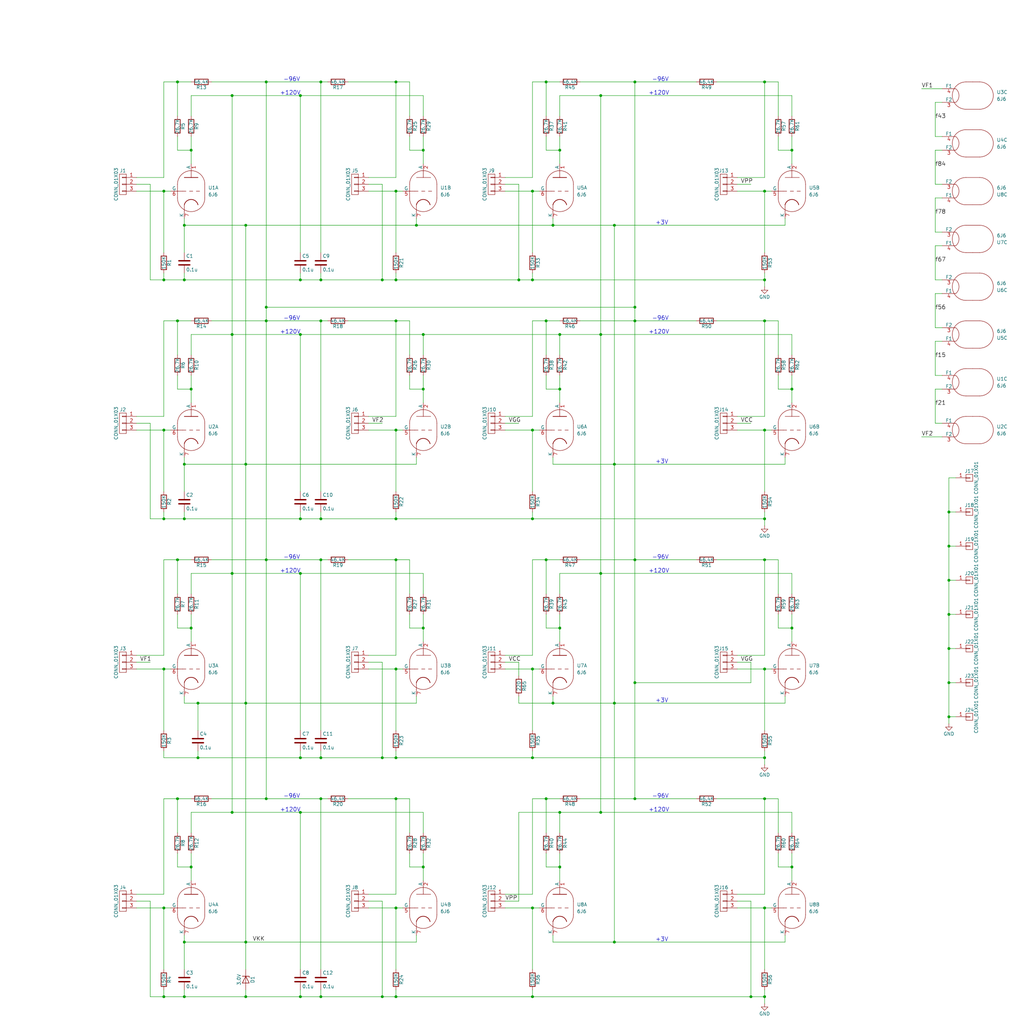
<source format=kicad_sch>
(kicad_sch (version 20230121) (generator eeschema)
  (paper "User" 381 381)
  (junction (at 228.6 172.72))
  (junction (at 284.48 104.14))
  (junction (at 68.58 370.84))
  (junction (at 208.28 55.88))
  (junction (at 142.24 370.84))
  (junction (at 99.06 119.38))
  (junction (at 71.12 233.68))
  (junction (at 193.04 104.14))
  (junction (at 284.48 160.02))
  (junction (at 86.36 302.26))
  (junction (at 198.12 281.94))
  (junction (at 147.32 30.48))
  (junction (at 236.22 119.38))
  (junction (at 284.48 248.92))
  (junction (at 223.52 213.36))
  (junction (at 68.58 193.04))
  (junction (at 236.22 114.3))
  (junction (at 99.06 297.18))
  (junction (at 91.44 350.52))
  (junction (at 111.76 302.26))
  (junction (at 203.2 297.18))
  (junction (at 228.6 83.82))
  (junction (at 154.94 83.82))
  (junction (at 294.64 55.88))
  (junction (at 203.2 119.38))
  (junction (at 60.96 248.92))
  (junction (at 66.04 208.28))
  (junction (at 284.48 370.84))
  (junction (at 111.76 193.04))
  (junction (at 60.96 193.04))
  (junction (at 66.04 119.38))
  (junction (at 284.48 208.28))
  (junction (at 71.12 55.88))
  (junction (at 284.48 30.48))
  (junction (at 203.2 208.28))
  (junction (at 60.96 337.82))
  (junction (at 119.38 193.04))
  (junction (at 198.12 370.84))
  (junction (at 142.24 281.94))
  (junction (at 198.12 71.12))
  (junction (at 284.48 71.12))
  (junction (at 91.44 172.72))
  (junction (at 294.64 233.68))
  (junction (at 111.76 104.14))
  (junction (at 284.48 337.82))
  (junction (at 208.28 144.78))
  (junction (at 99.06 114.3))
  (junction (at 147.32 281.94))
  (junction (at 284.48 281.94))
  (junction (at 157.48 233.68))
  (junction (at 91.44 370.84))
  (junction (at 147.32 337.82))
  (junction (at 236.22 30.48))
  (junction (at 284.48 193.04))
  (junction (at 60.96 370.84))
  (junction (at 353.06 228.6))
  (junction (at 279.4 370.84))
  (junction (at 147.32 297.18))
  (junction (at 284.48 119.38))
  (junction (at 353.06 254))
  (junction (at 223.52 35.56))
  (junction (at 208.28 233.68))
  (junction (at 60.96 160.02))
  (junction (at 353.06 241.3))
  (junction (at 91.44 83.82))
  (junction (at 119.38 297.18))
  (junction (at 119.38 30.48))
  (junction (at 147.32 208.28))
  (junction (at 73.66 261.62))
  (junction (at 71.12 322.58))
  (junction (at 60.96 104.14))
  (junction (at 147.32 193.04))
  (junction (at 68.58 350.52))
  (junction (at 66.04 297.18))
  (junction (at 294.64 144.78))
  (junction (at 119.38 370.84))
  (junction (at 119.38 104.14))
  (junction (at 60.96 71.12))
  (junction (at 353.06 190.5))
  (junction (at 119.38 281.94))
  (junction (at 99.06 208.28))
  (junction (at 353.06 203.2))
  (junction (at 208.28 124.46))
  (junction (at 198.12 104.14))
  (junction (at 198.12 248.92))
  (junction (at 111.76 370.84))
  (junction (at 236.22 254))
  (junction (at 208.28 302.26))
  (junction (at 86.36 35.56))
  (junction (at 71.12 144.78))
  (junction (at 91.44 261.62))
  (junction (at 147.32 248.92))
  (junction (at 147.32 104.14))
  (junction (at 119.38 119.38))
  (junction (at 147.32 160.02))
  (junction (at 208.28 322.58))
  (junction (at 99.06 30.48))
  (junction (at 294.64 322.58))
  (junction (at 236.22 297.18))
  (junction (at 111.76 213.36))
  (junction (at 198.12 337.82))
  (junction (at 68.58 83.82))
  (junction (at 86.36 124.46))
  (junction (at 119.38 208.28))
  (junction (at 142.24 104.14))
  (junction (at 111.76 124.46))
  (junction (at 147.32 370.84))
  (junction (at 111.76 35.56))
  (junction (at 66.04 30.48))
  (junction (at 147.32 71.12))
  (junction (at 353.06 266.7))
  (junction (at 205.74 83.82))
  (junction (at 111.76 281.94))
  (junction (at 228.6 261.62))
  (junction (at 284.48 297.18))
  (junction (at 236.22 208.28))
  (junction (at 68.58 104.14))
  (junction (at 73.66 281.94))
  (junction (at 157.48 322.58))
  (junction (at 157.48 55.88))
  (junction (at 223.52 302.26))
  (junction (at 198.12 160.02))
  (junction (at 68.58 172.72))
  (junction (at 223.52 124.46))
  (junction (at 203.2 30.48))
  (junction (at 157.48 144.78))
  (junction (at 205.74 261.62))
  (junction (at 157.48 124.46))
  (junction (at 198.12 193.04))
  (junction (at 147.32 119.38))
  (junction (at 228.6 350.52))
  (junction (at 353.06 215.9))
  (junction (at 86.36 213.36))
  (wire (pts (xy 347.98 55.88) (xy 347.98 68.58)))
  (wire (pts (xy 60.96 281.94) (xy 60.96 279.4)))
  (wire (pts (xy 66.04 322.58) (xy 66.04 317.5)))
  (wire (pts (xy 198.12 193.04) (xy 198.12 190.5)))
  (wire (pts (xy 137.16 337.82) (xy 147.32 337.82)))
  (wire (pts (xy 236.22 254) (xy 236.22 297.18)))
  (wire (pts (xy 228.6 172.72) (xy 292.1 172.72)))
  (wire (pts (xy 91.44 350.52) (xy 154.94 350.52)))
  (wire (pts (xy 91.44 261.62) (xy 154.94 261.62)))
  (wire (pts (xy 350.52 33.02) (xy 342.9 33.02)))
  (wire (pts (xy 236.22 208.28) (xy 259.08 208.28)))
  (wire (pts (xy 68.58 101.6) (xy 68.58 104.14)))
  (wire (pts (xy 68.58 83.82) (xy 68.58 93.98)))
  (wire (pts (xy 350.52 162.56) (xy 342.9 162.56)))
  (wire (pts (xy 284.48 160.02) (xy 287.02 160.02)))
  (wire (pts (xy 78.74 297.18) (xy 99.06 297.18)))
  (wire (pts (xy 284.48 208.28) (xy 284.48 243.84)))
  (wire (pts (xy 355.6 203.2) (xy 353.06 203.2)))
  (wire (pts (xy 355.6 266.7) (xy 353.06 266.7)))
  (wire (pts (xy 152.4 144.78) (xy 157.48 144.78)))
  (wire (pts (xy 71.12 144.78) (xy 71.12 149.86)))
  (wire (pts (xy 198.12 248.92) (xy 198.12 271.78)))
  (wire (pts (xy 99.06 114.3) (xy 236.22 114.3)))
  (wire (pts (xy 205.74 347.98) (xy 205.74 350.52)))
  (wire (pts (xy 284.48 297.18) (xy 289.56 297.18)))
  (wire (pts (xy 353.06 228.6) (xy 355.6 228.6)))
  (wire (pts (xy 147.32 193.04) (xy 198.12 193.04)))
  (wire (pts (xy 198.12 30.48) (xy 203.2 30.48)))
  (wire (pts (xy 289.56 322.58) (xy 294.64 322.58)))
  (wire (pts (xy 71.12 322.58) (xy 71.12 327.66)))
  (wire (pts (xy 236.22 114.3) (xy 236.22 119.38)))
  (wire (pts (xy 60.96 119.38) (xy 66.04 119.38)))
  (wire (pts (xy 111.76 93.98) (xy 111.76 35.56)))
  (wire (pts (xy 99.06 114.3) (xy 99.06 119.38)))
  (wire (pts (xy 119.38 104.14) (xy 142.24 104.14)))
  (wire (pts (xy 208.28 55.88) (xy 208.28 60.96)))
  (wire (pts (xy 66.04 30.48) (xy 71.12 30.48)))
  (wire (pts (xy 137.16 160.02) (xy 147.32 160.02)))
  (wire (pts (xy 198.12 337.82) (xy 200.66 337.82)))
  (wire (pts (xy 71.12 139.7) (xy 71.12 144.78)))
  (wire (pts (xy 91.44 172.72) (xy 154.94 172.72)))
  (wire (pts (xy 208.28 317.5) (xy 208.28 322.58)))
  (wire (pts (xy 71.12 124.46) (xy 86.36 124.46)))
  (wire (pts (xy 68.58 261.62) (xy 73.66 261.62)))
  (wire (pts (xy 208.28 144.78) (xy 208.28 149.86)))
  (wire (pts (xy 198.12 337.82) (xy 198.12 360.68)))
  (wire (pts (xy 294.64 228.6) (xy 294.64 233.68)))
  (wire (pts (xy 198.12 281.94) (xy 284.48 281.94)))
  (wire (pts (xy 147.32 193.04) (xy 147.32 190.5)))
  (wire (pts (xy 86.36 35.56) (xy 86.36 124.46)))
  (wire (pts (xy 68.58 347.98) (xy 68.58 350.52)))
  (wire (pts (xy 142.24 335.28) (xy 142.24 370.84)))
  (wire (pts (xy 111.76 271.78) (xy 111.76 213.36)))
  (wire (pts (xy 203.2 208.28) (xy 208.28 208.28)))
  (wire (pts (xy 111.76 190.5) (xy 111.76 193.04)))
  (wire (pts (xy 142.24 104.14) (xy 147.32 104.14)))
  (wire (pts (xy 66.04 208.28) (xy 71.12 208.28)))
  (wire (pts (xy 284.48 337.82) (xy 287.02 337.82)))
  (wire (pts (xy 68.58 104.14) (xy 111.76 104.14)))
  (wire (pts (xy 73.66 261.62) (xy 91.44 261.62)))
  (wire (pts (xy 99.06 297.18) (xy 119.38 297.18)))
  (wire (pts (xy 347.98 91.44) (xy 347.98 104.14)))
  (wire (pts (xy 198.12 208.28) (xy 198.12 243.84)))
  (wire (pts (xy 236.22 208.28) (xy 236.22 254)))
  (wire (pts (xy 223.52 124.46) (xy 294.64 124.46)))
  (wire (pts (xy 353.06 177.8) (xy 353.06 190.5)))
  (wire (pts (xy 347.98 121.92) (xy 350.52 121.92)))
  (wire (pts (xy 215.9 297.18) (xy 236.22 297.18)))
  (wire (pts (xy 203.2 43.18) (xy 203.2 30.48)))
  (wire (pts (xy 55.88 104.14) (xy 60.96 104.14)))
  (wire (pts (xy 71.12 55.88) (xy 66.04 55.88)))
  (wire (pts (xy 198.12 104.14) (xy 284.48 104.14)))
  (wire (pts (xy 350.52 55.88) (xy 347.98 55.88)))
  (wire (pts (xy 152.4 55.88) (xy 157.48 55.88)))
  (wire (pts (xy 198.12 104.14) (xy 198.12 101.6)))
  (wire (pts (xy 208.28 139.7) (xy 208.28 144.78)))
  (wire (pts (xy 86.36 35.56) (xy 111.76 35.56)))
  (wire (pts (xy 284.48 279.4) (xy 284.48 281.94)))
  (wire (pts (xy 147.32 66.04) (xy 137.16 66.04)))
  (wire (pts (xy 208.28 302.26) (xy 223.52 302.26)))
  (wire (pts (xy 157.48 139.7) (xy 157.48 144.78)))
  (wire (pts (xy 294.64 124.46) (xy 294.64 132.08)))
  (wire (pts (xy 147.32 281.94) (xy 147.32 279.4)))
  (wire (pts (xy 129.54 119.38) (xy 147.32 119.38)))
  (wire (pts (xy 111.76 182.88) (xy 111.76 124.46)))
  (wire (pts (xy 60.96 71.12) (xy 60.96 93.98)))
  (wire (pts (xy 198.12 248.92) (xy 200.66 248.92)))
  (wire (pts (xy 142.24 68.58) (xy 142.24 104.14)))
  (wire (pts (xy 147.32 119.38) (xy 147.32 154.94)))
  (wire (pts (xy 266.7 119.38) (xy 284.48 119.38)))
  (wire (pts (xy 60.96 297.18) (xy 66.04 297.18)))
  (wire (pts (xy 294.64 322.58) (xy 294.64 327.66)))
  (wire (pts (xy 215.9 208.28) (xy 236.22 208.28)))
  (wire (pts (xy 355.6 254) (xy 353.06 254)))
  (wire (pts (xy 50.8 248.92) (xy 60.96 248.92)))
  (wire (pts (xy 111.76 368.3) (xy 111.76 370.84)))
  (wire (pts (xy 284.48 30.48) (xy 289.56 30.48)))
  (wire (pts (xy 129.54 208.28) (xy 147.32 208.28)))
  (wire (pts (xy 284.48 30.48) (xy 284.48 66.04)))
  (wire (pts (xy 147.32 337.82) (xy 149.86 337.82)))
  (wire (pts (xy 68.58 368.3) (xy 68.58 370.84)))
  (wire (pts (xy 198.12 66.04) (xy 187.96 66.04)))
  (wire (pts (xy 119.38 368.3) (xy 119.38 370.84)))
  (wire (pts (xy 68.58 193.04) (xy 111.76 193.04)))
  (wire (pts (xy 66.04 43.18) (xy 66.04 30.48)))
  (wire (pts (xy 71.12 55.88) (xy 71.12 60.96)))
  (wire (pts (xy 198.12 154.94) (xy 187.96 154.94)))
  (wire (pts (xy 274.32 337.82) (xy 284.48 337.82)))
  (wire (pts (xy 60.96 370.84) (xy 60.96 368.3)))
  (wire (pts (xy 284.48 248.92) (xy 287.02 248.92)))
  (wire (pts (xy 66.04 233.68) (xy 66.04 228.6)))
  (wire (pts (xy 284.48 119.38) (xy 284.48 154.94)))
  (wire (pts (xy 60.96 208.28) (xy 66.04 208.28)))
  (wire (pts (xy 147.32 208.28) (xy 152.4 208.28)))
  (wire (pts (xy 55.88 335.28) (xy 55.88 370.84)))
  (wire (pts (xy 119.38 360.68) (xy 119.38 297.18)))
  (wire (pts (xy 68.58 81.28) (xy 68.58 83.82)))
  (wire (pts (xy 198.12 297.18) (xy 198.12 332.74)))
  (wire (pts (xy 78.74 30.48) (xy 99.06 30.48)))
  (wire (pts (xy 198.12 119.38) (xy 198.12 154.94)))
  (wire (pts (xy 73.66 279.4) (xy 73.66 281.94)))
  (wire (pts (xy 208.28 55.88) (xy 203.2 55.88)))
  (wire (pts (xy 289.56 208.28) (xy 289.56 220.98)))
  (wire (pts (xy 60.96 297.18) (xy 60.96 332.74)))
  (wire (pts (xy 66.04 132.08) (xy 66.04 119.38)))
  (wire (pts (xy 147.32 248.92) (xy 149.86 248.92)))
  (wire (pts (xy 152.4 228.6) (xy 152.4 233.68)))
  (wire (pts (xy 60.96 248.92) (xy 60.96 271.78)))
  (wire (pts (xy 91.44 83.82) (xy 154.94 83.82)))
  (wire (pts (xy 99.06 30.48) (xy 99.06 114.3)))
  (wire (pts (xy 99.06 208.28) (xy 99.06 297.18)))
  (wire (pts (xy 228.6 261.62) (xy 292.1 261.62)))
  (wire (pts (xy 71.12 233.68) (xy 66.04 233.68)))
  (wire (pts (xy 292.1 350.52) (xy 292.1 347.98)))
  (wire (pts (xy 86.36 213.36) (xy 86.36 302.26)))
  (wire (pts (xy 91.44 368.3) (xy 91.44 370.84)))
  (wire (pts (xy 147.32 243.84) (xy 137.16 243.84)))
  (wire (pts (xy 111.76 360.68) (xy 111.76 302.26)))
  (wire (pts (xy 228.6 350.52) (xy 292.1 350.52)))
  (wire (pts (xy 60.96 337.82) (xy 63.5 337.82)))
  (wire (pts (xy 86.36 124.46) (xy 86.36 213.36)))
  (wire (pts (xy 279.4 335.28) (xy 279.4 370.84)))
  (wire (pts (xy 111.76 35.56) (xy 157.48 35.56)))
  (wire (pts (xy 147.32 30.48) (xy 152.4 30.48)))
  (wire (pts (xy 274.32 160.02) (xy 284.48 160.02)))
  (wire (pts (xy 71.12 132.08) (xy 71.12 124.46)))
  (wire (pts (xy 205.74 261.62) (xy 228.6 261.62)))
  (wire (pts (xy 147.32 30.48) (xy 147.32 66.04)))
  (wire (pts (xy 284.48 104.14) (xy 284.48 106.68)))
  (wire (pts (xy 157.48 233.68) (xy 157.48 238.76)))
  (wire (pts (xy 284.48 208.28) (xy 289.56 208.28)))
  (wire (pts (xy 68.58 350.52) (xy 91.44 350.52)))
  (wire (pts (xy 154.94 83.82) (xy 205.74 83.82)))
  (wire (pts (xy 223.52 35.56) (xy 294.64 35.56)))
  (wire (pts (xy 142.24 370.84) (xy 147.32 370.84)))
  (wire (pts (xy 60.96 30.48) (xy 66.04 30.48)))
  (wire (pts (xy 198.12 71.12) (xy 200.66 71.12)))
  (wire (pts (xy 91.44 370.84) (xy 111.76 370.84)))
  (wire (pts (xy 208.28 322.58) (xy 203.2 322.58)))
  (wire (pts (xy 198.12 119.38) (xy 203.2 119.38)))
  (wire (pts (xy 223.52 124.46) (xy 223.52 35.56)))
  (wire (pts (xy 203.2 144.78) (xy 203.2 139.7)))
  (wire (pts (xy 91.44 350.52) (xy 91.44 360.68)))
  (wire (pts (xy 284.48 281.94) (xy 284.48 284.48)))
  (wire (pts (xy 137.16 68.58) (xy 142.24 68.58)))
  (wire (pts (xy 78.74 208.28) (xy 99.06 208.28)))
  (wire (pts (xy 71.12 322.58) (xy 66.04 322.58)))
  (wire (pts (xy 294.64 213.36) (xy 294.64 220.98)))
  (wire (pts (xy 71.12 213.36) (xy 86.36 213.36)))
  (wire (pts (xy 71.12 317.5) (xy 71.12 322.58)))
  (wire (pts (xy 353.06 228.6) (xy 353.06 241.3)))
  (wire (pts (xy 355.6 215.9) (xy 353.06 215.9)))
  (wire (pts (xy 193.04 246.38) (xy 193.04 251.46)))
  (wire (pts (xy 152.4 233.68) (xy 157.48 233.68)))
  (wire (pts (xy 208.28 35.56) (xy 208.28 43.18)))
  (wire (pts (xy 71.12 50.8) (xy 71.12 55.88)))
  (wire (pts (xy 284.48 297.18) (xy 284.48 332.74)))
  (wire (pts (xy 208.28 220.98) (xy 208.28 213.36)))
  (wire (pts (xy 91.44 172.72) (xy 91.44 261.62)))
  (wire (pts (xy 71.12 220.98) (xy 71.12 213.36)))
  (wire (pts (xy 60.96 281.94) (xy 73.66 281.94)))
  (wire (pts (xy 137.16 246.38) (xy 142.24 246.38)))
  (wire (pts (xy 208.28 35.56) (xy 223.52 35.56)))
  (wire (pts (xy 157.48 144.78) (xy 157.48 149.86)))
  (wire (pts (xy 284.48 66.04) (xy 274.32 66.04)))
  (wire (pts (xy 187.96 157.48) (xy 193.04 157.48)))
  (wire (pts (xy 294.64 55.88) (xy 294.64 60.96)))
  (wire (pts (xy 208.28 213.36) (xy 223.52 213.36)))
  (wire (pts (xy 284.48 119.38) (xy 289.56 119.38)))
  (wire (pts (xy 223.52 213.36) (xy 223.52 124.46)))
  (wire (pts (xy 347.98 73.66) (xy 347.98 86.36)))
  (wire (pts (xy 119.38 370.84) (xy 142.24 370.84)))
  (wire (pts (xy 279.4 246.38) (xy 279.4 254)))
  (wire (pts (xy 147.32 104.14) (xy 147.32 101.6)))
  (wire (pts (xy 284.48 248.92) (xy 284.48 271.78)))
  (wire (pts (xy 279.4 254) (xy 236.22 254)))
  (wire (pts (xy 147.32 208.28) (xy 147.32 243.84)))
  (wire (pts (xy 68.58 172.72) (xy 68.58 182.88)))
  (wire (pts (xy 198.12 193.04) (xy 284.48 193.04)))
  (wire (pts (xy 205.74 259.08) (xy 205.74 261.62)))
  (wire (pts (xy 66.04 309.88) (xy 66.04 297.18)))
  (wire (pts (xy 347.98 127) (xy 347.98 139.7)))
  (wire (pts (xy 208.28 233.68) (xy 208.28 238.76)))
  (wire (pts (xy 86.36 213.36) (xy 111.76 213.36)))
  (wire (pts (xy 157.48 302.26) (xy 157.48 309.88)))
  (wire (pts (xy 228.6 83.82) (xy 228.6 172.72)))
  (wire (pts (xy 274.32 246.38) (xy 279.4 246.38)))
  (wire (pts (xy 157.48 55.88) (xy 157.48 60.96)))
  (wire (pts (xy 289.56 30.48) (xy 289.56 43.18)))
  (wire (pts (xy 68.58 172.72) (xy 91.44 172.72)))
  (wire (pts (xy 353.06 266.7) (xy 353.06 269.24)))
  (wire (pts (xy 236.22 119.38) (xy 259.08 119.38)))
  (wire (pts (xy 71.12 35.56) (xy 86.36 35.56)))
  (wire (pts (xy 208.28 144.78) (xy 203.2 144.78)))
  (wire (pts (xy 236.22 30.48) (xy 236.22 114.3)))
  (wire (pts (xy 208.28 50.8) (xy 208.28 55.88)))
  (wire (pts (xy 350.52 73.66) (xy 347.98 73.66)))
  (wire (pts (xy 119.38 281.94) (xy 142.24 281.94)))
  (wire (pts (xy 71.12 43.18) (xy 71.12 35.56)))
  (wire (pts (xy 157.48 124.46) (xy 208.28 124.46)))
  (wire (pts (xy 215.9 119.38) (xy 236.22 119.38)))
  (wire (pts (xy 111.76 124.46) (xy 157.48 124.46)))
  (wire (pts (xy 152.4 317.5) (xy 152.4 322.58)))
  (wire (pts (xy 157.48 317.5) (xy 157.48 322.58)))
  (wire (pts (xy 154.94 261.62) (xy 154.94 259.08)))
  (wire (pts (xy 147.32 332.74) (xy 137.16 332.74)))
  (wire (pts (xy 137.16 71.12) (xy 147.32 71.12)))
  (wire (pts (xy 119.38 297.18) (xy 121.92 297.18)))
  (wire (pts (xy 187.96 160.02) (xy 198.12 160.02)))
  (wire (pts (xy 71.12 309.88) (xy 71.12 302.26)))
  (wire (pts (xy 147.32 248.92) (xy 147.32 271.78)))
  (wire (pts (xy 66.04 297.18) (xy 71.12 297.18)))
  (wire (pts (xy 60.96 248.92) (xy 63.5 248.92)))
  (wire (pts (xy 203.2 30.48) (xy 208.28 30.48)))
  (wire (pts (xy 266.7 208.28) (xy 284.48 208.28)))
  (wire (pts (xy 236.22 297.18) (xy 259.08 297.18)))
  (wire (pts (xy 294.64 317.5) (xy 294.64 322.58)))
  (wire (pts (xy 289.56 139.7) (xy 289.56 144.78)))
  (wire (pts (xy 279.4 370.84) (xy 284.48 370.84)))
  (wire (pts (xy 198.12 160.02) (xy 198.12 182.88)))
  (wire (pts (xy 157.48 213.36) (xy 157.48 220.98)))
  (wire (pts (xy 353.06 203.2) (xy 353.06 215.9)))
  (wire (pts (xy 66.04 119.38) (xy 71.12 119.38)))
  (wire (pts (xy 203.2 220.98) (xy 203.2 208.28)))
  (wire (pts (xy 55.88 157.48) (xy 55.88 193.04)))
  (wire (pts (xy 119.38 190.5) (xy 119.38 193.04)))
  (wire (pts (xy 205.74 170.18) (xy 205.74 172.72)))
  (wire (pts (xy 91.44 261.62) (xy 91.44 350.52)))
  (wire (pts (xy 347.98 144.78) (xy 347.98 157.48)))
  (wire (pts (xy 111.76 193.04) (xy 119.38 193.04)))
  (wire (pts (xy 198.12 208.28) (xy 203.2 208.28)))
  (wire (pts (xy 78.74 119.38) (xy 99.06 119.38)))
  (wire (pts (xy 142.24 281.94) (xy 147.32 281.94)))
  (wire (pts (xy 111.76 213.36) (xy 157.48 213.36)))
  (wire (pts (xy 152.4 50.8) (xy 152.4 55.88)))
  (wire (pts (xy 147.32 160.02) (xy 147.32 182.88)))
  (wire (pts (xy 289.56 228.6) (xy 289.56 233.68)))
  (wire (pts (xy 198.12 160.02) (xy 200.66 160.02)))
  (wire (pts (xy 157.48 124.46) (xy 157.48 132.08)))
  (wire (pts (xy 284.48 71.12) (xy 287.02 71.12)))
  (wire (pts (xy 71.12 302.26) (xy 86.36 302.26)))
  (wire (pts (xy 355.6 190.5) (xy 353.06 190.5)))
  (wire (pts (xy 119.38 193.04) (xy 147.32 193.04)))
  (wire (pts (xy 347.98 50.8) (xy 350.52 50.8)))
  (wire (pts (xy 289.56 297.18) (xy 289.56 309.88)))
  (wire (pts (xy 193.04 302.26) (xy 208.28 302.26)))
  (wire (pts (xy 119.38 93.98) (xy 119.38 30.48)))
  (wire (pts (xy 119.38 182.88) (xy 119.38 119.38)))
  (wire (pts (xy 119.38 101.6) (xy 119.38 104.14)))
  (wire (pts (xy 187.96 337.82) (xy 198.12 337.82)))
  (wire (pts (xy 274.32 71.12) (xy 284.48 71.12)))
  (wire (pts (xy 289.56 144.78) (xy 294.64 144.78)))
  (wire (pts (xy 203.2 119.38) (xy 208.28 119.38)))
  (wire (pts (xy 111.76 101.6) (xy 111.76 104.14)))
  (wire (pts (xy 157.48 322.58) (xy 157.48 327.66)))
  (wire (pts (xy 292.1 261.62) (xy 292.1 259.08)))
  (wire (pts (xy 289.56 50.8) (xy 289.56 55.88)))
  (wire (pts (xy 60.96 71.12) (xy 63.5 71.12)))
  (wire (pts (xy 154.94 350.52) (xy 154.94 347.98)))
  (wire (pts (xy 157.48 50.8) (xy 157.48 55.88)))
  (wire (pts (xy 119.38 30.48) (xy 121.92 30.48)))
  (wire (pts (xy 60.96 332.74) (xy 50.8 332.74)))
  (wire (pts (xy 60.96 193.04) (xy 68.58 193.04)))
  (wire (pts (xy 91.44 83.82) (xy 91.44 172.72)))
  (wire (pts (xy 66.04 144.78) (xy 66.04 139.7)))
  (wire (pts (xy 147.32 337.82) (xy 147.32 360.68)))
  (wire (pts (xy 60.96 370.84) (xy 68.58 370.84)))
  (wire (pts (xy 119.38 119.38) (xy 121.92 119.38)))
  (wire (pts (xy 208.28 309.88) (xy 208.28 302.26)))
  (wire (pts (xy 266.7 297.18) (xy 284.48 297.18)))
  (wire (pts (xy 71.12 228.6) (xy 71.12 233.68)))
  (wire (pts (xy 193.04 259.08) (xy 193.04 261.62)))
  (wire (pts (xy 60.96 243.84) (xy 50.8 243.84)))
  (wire (pts (xy 147.32 71.12) (xy 149.86 71.12)))
  (wire (pts (xy 350.52 109.22) (xy 347.98 109.22)))
  (wire (pts (xy 154.94 172.72) (xy 154.94 170.18)))
  (wire (pts (xy 289.56 55.88) (xy 294.64 55.88)))
  (wire (pts (xy 347.98 157.48) (xy 350.52 157.48)))
  (wire (pts (xy 129.54 297.18) (xy 147.32 297.18)))
  (wire (pts (xy 347.98 139.7) (xy 350.52 139.7)))
  (wire (pts (xy 50.8 157.48) (xy 55.88 157.48)))
  (wire (pts (xy 68.58 350.52) (xy 68.58 360.68)))
  (wire (pts (xy 203.2 297.18) (xy 208.28 297.18)))
  (wire (pts (xy 223.52 302.26) (xy 294.64 302.26)))
  (wire (pts (xy 111.76 302.26) (xy 157.48 302.26)))
  (wire (pts (xy 60.96 104.14) (xy 68.58 104.14)))
  (wire (pts (xy 147.32 370.84) (xy 147.32 368.3)))
  (wire (pts (xy 284.48 193.04) (xy 284.48 195.58)))
  (wire (pts (xy 119.38 271.78) (xy 119.38 208.28)))
  (wire (pts (xy 353.06 177.8) (xy 355.6 177.8)))
  (wire (pts (xy 205.74 83.82) (xy 228.6 83.82)))
  (wire (pts (xy 157.48 35.56) (xy 157.48 43.18)))
  (wire (pts (xy 198.12 30.48) (xy 198.12 66.04)))
  (wire (pts (xy 289.56 317.5) (xy 289.56 322.58)))
  (wire (pts (xy 284.48 160.02) (xy 284.48 182.88)))
  (wire (pts (xy 292.1 172.72) (xy 292.1 170.18)))
  (wire (pts (xy 350.52 91.44) (xy 347.98 91.44)))
  (wire (pts (xy 60.96 30.48) (xy 60.96 66.04)))
  (wire (pts (xy 60.96 104.14) (xy 60.96 101.6)))
  (wire (pts (xy 60.96 160.02) (xy 63.5 160.02)))
  (wire (pts (xy 294.64 139.7) (xy 294.64 144.78)))
  (wire (pts (xy 154.94 83.82) (xy 154.94 81.28)))
  (wire (pts (xy 147.32 370.84) (xy 198.12 370.84)))
  (wire (pts (xy 193.04 104.14) (xy 198.12 104.14)))
  (wire (pts (xy 99.06 119.38) (xy 99.06 208.28)))
  (wire (pts (xy 50.8 337.82) (xy 60.96 337.82)))
  (wire (pts (xy 353.06 254) (xy 353.06 266.7)))
  (wire (pts (xy 284.48 243.84) (xy 274.32 243.84)))
  (wire (pts (xy 350.52 38.1) (xy 347.98 38.1)))
  (wire (pts (xy 193.04 68.58) (xy 193.04 104.14)))
  (wire (pts (xy 60.96 337.82) (xy 60.96 360.68)))
  (wire (pts (xy 193.04 261.62) (xy 205.74 261.62)))
  (wire (pts (xy 347.98 109.22) (xy 347.98 121.92)))
  (wire (pts (xy 68.58 259.08) (xy 68.58 261.62)))
  (wire (pts (xy 55.88 68.58) (xy 55.88 104.14)))
  (wire (pts (xy 347.98 68.58) (xy 350.52 68.58)))
  (wire (pts (xy 294.64 50.8) (xy 294.64 55.88)))
  (wire (pts (xy 193.04 335.28) (xy 193.04 302.26)))
  (wire (pts (xy 284.48 368.3) (xy 284.48 370.84)))
  (wire (pts (xy 198.12 71.12) (xy 198.12 93.98)))
  (wire (pts (xy 66.04 55.88) (xy 66.04 50.8)))
  (wire (pts (xy 147.32 160.02) (xy 149.86 160.02)))
  (wire (pts (xy 284.48 154.94) (xy 274.32 154.94)))
  (wire (pts (xy 66.04 220.98) (xy 66.04 208.28)))
  (wire (pts (xy 147.32 281.94) (xy 198.12 281.94)))
  (wire (pts (xy 187.96 246.38) (xy 193.04 246.38)))
  (wire (pts (xy 147.32 297.18) (xy 152.4 297.18)))
  (wire (pts (xy 60.96 193.04) (xy 60.96 190.5)))
  (wire (pts (xy 152.4 119.38) (xy 152.4 132.08)))
  (wire (pts (xy 55.88 370.84) (xy 60.96 370.84)))
  (wire (pts (xy 266.7 30.48) (xy 284.48 30.48)))
  (wire (pts (xy 68.58 170.18) (xy 68.58 172.72)))
  (wire (pts (xy 223.52 213.36) (xy 294.64 213.36)))
  (wire (pts (xy 347.98 104.14) (xy 350.52 104.14)))
  (wire (pts (xy 73.66 281.94) (xy 111.76 281.94)))
  (wire (pts (xy 187.96 71.12) (xy 198.12 71.12)))
  (wire (pts (xy 215.9 30.48) (xy 236.22 30.48)))
  (wire (pts (xy 294.64 302.26) (xy 294.64 309.88)))
  (wire (pts (xy 152.4 297.18) (xy 152.4 309.88)))
  (wire (pts (xy 228.6 172.72) (xy 228.6 261.62)))
  (wire (pts (xy 353.06 190.5) (xy 353.06 203.2)))
  (wire (pts (xy 223.52 302.26) (xy 223.52 213.36)))
  (wire (pts (xy 111.76 104.14) (xy 119.38 104.14)))
  (wire (pts (xy 111.76 281.94) (xy 119.38 281.94)))
  (wire (pts (xy 60.96 154.94) (xy 50.8 154.94)))
  (wire (pts (xy 274.32 248.92) (xy 284.48 248.92)))
  (wire (pts (xy 68.58 370.84) (xy 91.44 370.84)))
  (wire (pts (xy 208.28 322.58) (xy 208.28 327.66)))
  (wire (pts (xy 294.64 144.78) (xy 294.64 149.86)))
  (wire (pts (xy 99.06 119.38) (xy 119.38 119.38)))
  (wire (pts (xy 119.38 279.4) (xy 119.38 281.94)))
  (wire (pts (xy 152.4 208.28) (xy 152.4 220.98)))
  (wire (pts (xy 205.74 350.52) (xy 228.6 350.52)))
  (wire (pts (xy 60.96 208.28) (xy 60.96 243.84)))
  (wire (pts (xy 73.66 271.78) (xy 73.66 261.62)))
  (wire (pts (xy 147.32 154.94) (xy 137.16 154.94)))
  (wire (pts (xy 60.96 119.38) (xy 60.96 154.94)))
  (wire (pts (xy 187.96 335.28) (xy 193.04 335.28)))
  (wire (pts (xy 203.2 322.58) (xy 203.2 317.5)))
  (wire (pts (xy 350.52 144.78) (xy 347.98 144.78)))
  (wire (pts (xy 99.06 208.28) (xy 119.38 208.28)))
  (wire (pts (xy 142.24 246.38) (xy 142.24 281.94)))
  (wire (pts (xy 284.48 71.12) (xy 284.48 93.98)))
  (wire (pts (xy 208.28 124.46) (xy 223.52 124.46)))
  (wire (pts (xy 142.24 335.28) (xy 137.16 335.28)))
  (wire (pts (xy 198.12 281.94) (xy 198.12 279.4)))
  (wire (pts (xy 137.16 248.92) (xy 147.32 248.92)))
  (wire (pts (xy 86.36 302.26) (xy 111.76 302.26)))
  (wire (pts (xy 198.12 297.18) (xy 203.2 297.18)))
  (wire (pts (xy 289.56 119.38) (xy 289.56 132.08)))
  (wire (pts (xy 198.12 370.84) (xy 279.4 370.84)))
  (wire (pts (xy 347.98 38.1) (xy 347.98 50.8)))
  (wire (pts (xy 208.28 233.68) (xy 203.2 233.68)))
  (wire (pts (xy 147.32 119.38) (xy 152.4 119.38)))
  (wire (pts (xy 198.12 243.84) (xy 187.96 243.84)))
  (wire (pts (xy 203.2 309.88) (xy 203.2 297.18)))
  (wire (pts (xy 205.74 172.72) (xy 228.6 172.72)))
  (wire (pts (xy 99.06 30.48) (xy 119.38 30.48)))
  (wire (pts (xy 147.32 297.18) (xy 147.32 332.74)))
  (wire (pts (xy 274.32 68.58) (xy 279.4 68.58)))
  (wire (pts (xy 71.12 144.78) (xy 66.04 144.78)))
  (wire (pts (xy 294.64 233.68) (xy 294.64 238.76)))
  (wire (pts (xy 129.54 30.48) (xy 147.32 30.48)))
  (wire (pts (xy 208.28 228.6) (xy 208.28 233.68)))
  (wire (pts (xy 350.52 127) (xy 347.98 127)))
  (wire (pts (xy 50.8 246.38) (xy 55.88 246.38)))
  (wire (pts (xy 228.6 261.62) (xy 228.6 350.52)))
  (wire (pts (xy 152.4 139.7) (xy 152.4 144.78)))
  (wire (pts (xy 353.06 215.9) (xy 353.06 228.6)))
  (wire (pts (xy 50.8 71.12) (xy 60.96 71.12)))
  (wire (pts (xy 157.48 228.6) (xy 157.48 233.68)))
  (wire (pts (xy 152.4 322.58) (xy 157.48 322.58)))
  (wire (pts (xy 353.06 241.3) (xy 353.06 254)))
  (wire (pts (xy 228.6 83.82) (xy 292.1 83.82)))
  (wire (pts (xy 198.12 332.74) (xy 187.96 332.74)))
  (wire (pts (xy 284.48 370.84) (xy 284.48 373.38)))
  (wire (pts (xy 274.32 157.48) (xy 279.4 157.48)))
  (wire (pts (xy 152.4 30.48) (xy 152.4 43.18)))
  (wire (pts (xy 355.6 241.3) (xy 353.06 241.3)))
  (wire (pts (xy 294.64 35.56) (xy 294.64 43.18)))
  (wire (pts (xy 111.76 279.4) (xy 111.76 281.94)))
  (wire (pts (xy 203.2 55.88) (xy 203.2 50.8)))
  (wire (pts (xy 292.1 83.82) (xy 292.1 81.28)))
  (wire (pts (xy 284.48 337.82) (xy 284.48 360.68)))
  (wire (pts (xy 203.2 233.68) (xy 203.2 228.6)))
  (wire (pts (xy 187.96 248.92) (xy 198.12 248.92)))
  (wire (pts (xy 147.32 104.14) (xy 193.04 104.14)))
  (wire (pts (xy 208.28 124.46) (xy 208.28 132.08)))
  (wire (pts (xy 137.16 157.48) (xy 142.24 157.48)))
  (wire (pts (xy 203.2 132.08) (xy 203.2 119.38)))
  (wire (pts (xy 68.58 83.82) (xy 91.44 83.82)))
  (wire (pts (xy 284.48 101.6) (xy 284.48 104.14)))
  (wire (pts (xy 147.32 71.12) (xy 147.32 93.98)))
  (wire (pts (xy 86.36 124.46) (xy 111.76 124.46)))
  (wire (pts (xy 205.74 81.28) (xy 205.74 83.82)))
  (wire (pts (xy 55.88 193.04) (xy 60.96 193.04)))
  (wire (pts (xy 198.12 370.84) (xy 198.12 368.3)))
  (wire (pts (xy 236.22 30.48) (xy 259.08 30.48)))
  (wire (pts (xy 274.32 335.28) (xy 279.4 335.28)))
  (wire (pts (xy 347.98 86.36) (xy 350.52 86.36)))
  (wire (pts (xy 111.76 370.84) (xy 119.38 370.84)))
  (wire (pts (xy 60.96 160.02) (xy 60.96 182.88)))
  (wire (pts (xy 284.48 190.5) (xy 284.48 193.04)))
  (wire (pts (xy 284.48 332.74) (xy 274.32 332.74)))
  (wire (pts (xy 236.22 119.38) (xy 236.22 208.28)))
  (wire (pts (xy 50.8 68.58) (xy 55.88 68.58)))
  (wire (pts (xy 68.58 190.5) (xy 68.58 193.04)))
  (wire (pts (xy 71.12 233.68) (xy 71.12 238.76)))
  (wire (pts (xy 60.96 66.04) (xy 50.8 66.04)))
  (wire (pts (xy 289.56 233.68) (xy 294.64 233.68)))
  (wire (pts (xy 187.96 68.58) (xy 193.04 68.58)))
  (wire (pts (xy 50.8 335.28) (xy 55.88 335.28)))
  (wire (pts (xy 50.8 160.02) (xy 60.96 160.02)))
  (wire (pts (xy 119.38 208.28) (xy 121.92 208.28)))
  (text "-96V" (at 105.41 119.38 0) (effects (font (size 1.524 1.524)) (justify left bottom)))
  (text "+3V" (at 243.84 350.52 0) (effects (font (size 1.524 1.524)) (justify left bottom)))
  (text "+120V" (at 104.14 124.46 0) (effects (font (size 1.524 1.524)) (justify left bottom)))
  (text "-96V" (at 242.57 208.28 0) (effects (font (size 1.524 1.524)) (justify left bottom)))
  (text "+120V" (at 104.14 35.56 0) (effects (font (size 1.524 1.524)) (justify left bottom)))
  (text "+120V" (at 104.14 213.36 0) (effects (font (size 1.524 1.524)) (justify left bottom)))
  (text "+120V" (at 241.3 35.56 0) (effects (font (size 1.524 1.524)) (justify left bottom)))
  (text "+120V" (at 241.3 302.26 0) (effects (font (size 1.524 1.524)) (justify left bottom)))
  (text "+120V" (at 104.14 302.26 0) (effects (font (size 1.524 1.524)) (justify left bottom)))
  (text "+3V" (at 243.84 83.82 0) (effects (font (size 1.524 1.524)) (justify left bottom)))
  (text "-96V" (at 242.57 30.48 0) (effects (font (size 1.524 1.524)) (justify left bottom)))
  (text "-96V" (at 105.41 208.28 0) (effects (font (size 1.524 1.524)) (justify left bottom)))
  (text "+3V" (at 243.84 172.72 0) (effects (font (size 1.524 1.524)) (justify left bottom)))
  (text "-96V" (at 242.57 297.18 0) (effects (font (size 1.524 1.524)) (justify left bottom)))
  (text "-96V" (at 105.41 297.18 0) (effects (font (size 1.524 1.524)) (justify left bottom)))
  (text "-96V" (at 242.57 119.38 0) (effects (font (size 1.524 1.524)) (justify left bottom)))
  (text "-96V" (at 105.41 30.48 0) (effects (font (size 1.524 1.524)) (justify left bottom)))
  (text "+3V" (at 243.84 261.62 0) (effects (font (size 1.524 1.524)) (justify left bottom)))
  (text "+120V" (at 241.3 124.46 0) (effects (font (size 1.524 1.524)) (justify left bottom)))
  (text "+120V" (at 241.3 213.36 0) (effects (font (size 1.524 1.524)) (justify left bottom)))
  (label "f15" (at 347.98 133.35 0) (effects (font (size 1.524 1.524))))
  (label "VF2" (at 138.43 157.48 0) (effects (font (size 1.524 1.524))))
  (label "VPP" (at 187.96 335.28 0) (effects (font (size 1.524 1.524))))
  (label "VKK" (at 93.98 350.52 0) (effects (font (size 1.524 1.524))))
  (label "f67" (at 347.98 97.79 0) (effects (font (size 1.524 1.524))))
  (label "f56" (at 347.98 115.57 0) (effects (font (size 1.524 1.524))))
  (label "VF1" (at 52.07 246.38 0) (effects (font (size 1.524 1.524))))
  (label "f43" (at 347.98 44.45 0) (effects (font (size 1.524 1.524))))
  (label "VGG" (at 275.59 246.38 0) (effects (font (size 1.524 1.524))))
  (label "f78" (at 347.98 80.01 0) (effects (font (size 1.524 1.524))))
  (label "f84" (at 347.98 62.23 0) (effects (font (size 1.524 1.524))))
  (label "VPP" (at 275.59 68.58 0) (effects (font (size 1.524 1.524))))
  (label "VF1" (at 342.9 33.02 0) (effects (font (size 1.524 1.524))))
  (label "f21" (at 347.98 151.13 0) (effects (font (size 1.524 1.524))))
  (label "VF2" (at 342.9 162.56 0) (effects (font (size 1.524 1.524))))
  (label "VCC" (at 189.23 246.38 0) (effects (font (size 1.524 1.524))))
  (label "VGG" (at 189.23 157.48 0) (effects (font (size 1.524 1.524))))
  (label "VCC" (at 275.59 157.48 0) (effects (font (size 1.524 1.524))))
  (symbol (lib_id "eight-rescue:R") (at 71.12 46.99 0) (unit 1)
    (property "Reference" "R9" (at 73.152 46.99 90))
    (property "Value" "26.7K" (at 71.12 46.99 90))
    (property "Footprint" "footlibrary:R_Axial_QtrWatt" (effects hide))
  )
  (symbol (lib_id "eight-rescue:R") (at 60.96 97.79 0) (unit 1)
    (property "Reference" "R1" (at 62.992 97.79 90))
    (property "Value" "150K" (at 60.96 97.79 90))
    (property "Footprint" "footlibrary:R_Axial_QtrWatt" (effects hide))
  )
  (symbol (lib_id "eight-rescue:R") (at 152.4 46.99 0) (unit 1)
    (property "Reference" "R25" (at 154.432 46.99 90))
    (property "Value" "26.7K" (at 152.4 46.99 90))
    (property "Footprint" "footlibrary:R_Axial_QtrWatt" (effects hide))
  )
  (symbol (lib_id "eight-rescue:R") (at 147.32 97.79 0) (unit 1)
    (property "Reference" "R21" (at 149.352 97.79 90))
    (property "Value" "150K" (at 147.32 97.79 90))
    (property "Footprint" "footlibrary:R_Axial_QtrWatt" (effects hide))
  )
  (symbol (lib_id "eight-rescue:R") (at 157.48 46.99 0) (unit 1)
    (property "Reference" "R29" (at 159.512 46.99 90))
    (property "Value" "26.7K" (at 157.48 46.99 90))
    (property "Footprint" "footlibrary:R_Axial_QtrWatt" (effects hide))
  )
  (symbol (lib_id "eight-rescue:R") (at 66.04 46.99 0) (unit 1)
    (property "Reference" "R5" (at 68.072 46.99 90))
    (property "Value" "26.7K" (at 66.04 46.99 90))
    (property "Footprint" "footlibrary:R_Axial_QtrWatt" (effects hide))
  )
  (symbol (lib_id "eight-rescue:R") (at 74.93 30.48 270) (unit 1)
    (property "Reference" "R13" (at 74.93 32.512 90))
    (property "Value" "46.4K" (at 74.93 30.48 90))
    (property "Footprint" "footlibrary:R_Axial_QtrWatt" (effects hide))
  )
  (symbol (lib_id "eight-rescue:R") (at 125.73 30.48 270) (unit 1)
    (property "Reference" "R17" (at 125.73 32.512 90))
    (property "Value" "46.4K" (at 125.73 30.48 90))
    (property "Footprint" "footlibrary:R_Axial_QtrWatt" (effects hide))
  )
  (symbol (lib_id "eight-rescue:R") (at 71.12 135.89 0) (unit 1)
    (property "Reference" "R10" (at 73.152 135.89 90))
    (property "Value" "26.7K" (at 71.12 135.89 90))
    (property "Footprint" "footlibrary:R_Axial_QtrWatt" (effects hide))
  )
  (symbol (lib_id "eight-rescue:R") (at 60.96 186.69 0) (unit 1)
    (property "Reference" "R2" (at 62.992 186.69 90))
    (property "Value" "150K" (at 60.96 186.69 90))
    (property "Footprint" "footlibrary:R_Axial_QtrWatt" (effects hide))
  )
  (symbol (lib_id "eight-rescue:R") (at 152.4 135.89 0) (unit 1)
    (property "Reference" "R26" (at 154.432 135.89 90))
    (property "Value" "26.7K" (at 152.4 135.89 90))
    (property "Footprint" "footlibrary:R_Axial_QtrWatt" (effects hide))
  )
  (symbol (lib_id "eight-rescue:R") (at 147.32 186.69 0) (unit 1)
    (property "Reference" "R22" (at 149.352 186.69 90))
    (property "Value" "150K" (at 147.32 186.69 90))
    (property "Footprint" "footlibrary:R_Axial_QtrWatt" (effects hide))
  )
  (symbol (lib_id "eight-rescue:R") (at 157.48 135.89 0) (unit 1)
    (property "Reference" "R30" (at 159.512 135.89 90))
    (property "Value" "26.7K" (at 157.48 135.89 90))
    (property "Footprint" "footlibrary:R_Axial_QtrWatt" (effects hide))
  )
  (symbol (lib_id "eight-rescue:R") (at 66.04 135.89 0) (unit 1)
    (property "Reference" "R6" (at 68.072 135.89 90))
    (property "Value" "26.7K" (at 66.04 135.89 90))
    (property "Footprint" "footlibrary:R_Axial_QtrWatt" (effects hide))
  )
  (symbol (lib_id "eight-rescue:R") (at 74.93 119.38 270) (unit 1)
    (property "Reference" "R14" (at 74.93 121.412 90))
    (property "Value" "46.4K" (at 74.93 119.38 90))
    (property "Footprint" "footlibrary:R_Axial_QtrWatt" (effects hide))
  )
  (symbol (lib_id "eight-rescue:R") (at 125.73 119.38 270) (unit 1)
    (property "Reference" "R18" (at 125.73 121.412 90))
    (property "Value" "46.4K" (at 125.73 119.38 90))
    (property "Footprint" "footlibrary:R_Axial_QtrWatt" (effects hide))
  )
  (symbol (lib_id "eight-rescue:R") (at 71.12 224.79 0) (unit 1)
    (property "Reference" "R11" (at 73.152 224.79 90))
    (property "Value" "26.7K" (at 71.12 224.79 90))
    (property "Footprint" "footlibrary:R_Axial_QtrWatt" (effects hide))
  )
  (symbol (lib_id "eight-rescue:R") (at 60.96 275.59 0) (unit 1)
    (property "Reference" "R3" (at 62.992 275.59 90))
    (property "Value" "150K" (at 60.96 275.59 90))
    (property "Footprint" "footlibrary:R_Axial_QtrWatt" (effects hide))
  )
  (symbol (lib_id "eight-rescue:R") (at 152.4 224.79 0) (unit 1)
    (property "Reference" "R27" (at 154.432 224.79 90))
    (property "Value" "26.7K" (at 152.4 224.79 90))
    (property "Footprint" "footlibrary:R_Axial_QtrWatt" (effects hide))
  )
  (symbol (lib_id "eight-rescue:R") (at 147.32 275.59 0) (unit 1)
    (property "Reference" "R23" (at 149.352 275.59 90))
    (property "Value" "150K" (at 147.32 275.59 90))
    (property "Footprint" "footlibrary:R_Axial_QtrWatt" (effects hide))
  )
  (symbol (lib_id "eight-rescue:R") (at 157.48 224.79 0) (unit 1)
    (property "Reference" "R31" (at 159.512 224.79 90))
    (property "Value" "26.7K" (at 157.48 224.79 90))
    (property "Footprint" "footlibrary:R_Axial_QtrWatt" (effects hide))
  )
  (symbol (lib_id "eight-rescue:R") (at 66.04 224.79 0) (unit 1)
    (property "Reference" "R7" (at 68.072 224.79 90))
    (property "Value" "26.7K" (at 66.04 224.79 90))
    (property "Footprint" "footlibrary:R_Axial_QtrWatt" (effects hide))
  )
  (symbol (lib_id "eight-rescue:R") (at 74.93 208.28 270) (unit 1)
    (property "Reference" "R15" (at 74.93 210.312 90))
    (property "Value" "46.4K" (at 74.93 208.28 90))
    (property "Footprint" "footlibrary:R_Axial_QtrWatt" (effects hide))
  )
  (symbol (lib_id "eight-rescue:R") (at 125.73 208.28 270) (unit 1)
    (property "Reference" "R19" (at 125.73 210.312 90))
    (property "Value" "46.4K" (at 125.73 208.28 90))
    (property "Footprint" "footlibrary:R_Axial_QtrWatt" (effects hide))
  )
  (symbol (lib_id "eight-rescue:R") (at 71.12 313.69 0) (unit 1)
    (property "Reference" "R12" (at 73.152 313.69 90))
    (property "Value" "26.7K" (at 71.12 313.69 90))
    (property "Footprint" "footlibrary:R_Axial_QtrWatt" (effects hide))
  )
  (symbol (lib_id "eight-rescue:R") (at 60.96 364.49 0) (unit 1)
    (property "Reference" "R4" (at 62.992 364.49 90))
    (property "Value" "150K" (at 60.96 364.49 90))
    (property "Footprint" "footlibrary:R_Axial_QtrWatt" (effects hide))
  )
  (symbol (lib_id "eight-rescue:R") (at 152.4 313.69 0) (unit 1)
    (property "Reference" "R28" (at 154.432 313.69 90))
    (property "Value" "26.7K" (at 152.4 313.69 90))
    (property "Footprint" "footlibrary:R_Axial_QtrWatt" (effects hide))
  )
  (symbol (lib_id "eight-rescue:R") (at 147.32 364.49 0) (unit 1)
    (property "Reference" "R24" (at 149.352 364.49 90))
    (property "Value" "150K" (at 147.32 364.49 90))
    (property "Footprint" "footlibrary:R_Axial_QtrWatt" (effects hide))
  )
  (symbol (lib_id "eight-rescue:R") (at 157.48 313.69 0) (unit 1)
    (property "Reference" "R32" (at 159.512 313.69 90))
    (property "Value" "26.7K" (at 157.48 313.69 90))
    (property "Footprint" "footlibrary:R_Axial_QtrWatt" (effects hide))
  )
  (symbol (lib_id "eight-rescue:R") (at 66.04 313.69 0) (unit 1)
    (property "Reference" "R8" (at 68.072 313.69 90))
    (property "Value" "26.7K" (at 66.04 313.69 90))
    (property "Footprint" "footlibrary:R_Axial_QtrWatt" (effects hide))
  )
  (symbol (lib_id "eight-rescue:R") (at 74.93 297.18 270) (unit 1)
    (property "Reference" "R16" (at 74.93 299.212 90))
    (property "Value" "46.4K" (at 74.93 297.18 90))
    (property "Footprint" "footlibrary:R_Axial_QtrWatt" (effects hide))
  )
  (symbol (lib_id "eight-rescue:R") (at 125.73 297.18 270) (unit 1)
    (property "Reference" "R20" (at 125.73 299.212 90))
    (property "Value" "46.4K" (at 125.73 297.18 90))
    (property "Footprint" "footlibrary:R_Axial_QtrWatt" (effects hide))
  )
  (symbol (lib_id "eight-rescue:R") (at 208.28 46.99 0) (unit 1)
    (property "Reference" "R41" (at 210.312 46.99 90))
    (property "Value" "26.7K" (at 208.28 46.99 90))
    (property "Footprint" "footlibrary:R_Axial_QtrWatt" (effects hide))
  )
  (symbol (lib_id "eight-rescue:R") (at 198.12 97.79 0) (unit 1)
    (property "Reference" "R33" (at 200.152 97.79 90))
    (property "Value" "150K" (at 198.12 97.79 90))
    (property "Footprint" "footlibrary:R_Axial_QtrWatt" (effects hide))
  )
  (symbol (lib_id "eight-rescue:R") (at 289.56 46.99 0) (unit 1)
    (property "Reference" "R57" (at 291.592 46.99 90))
    (property "Value" "26.7K" (at 289.56 46.99 90))
    (property "Footprint" "footlibrary:R_Axial_QtrWatt" (effects hide))
  )
  (symbol (lib_id "eight-rescue:R") (at 284.48 97.79 0) (unit 1)
    (property "Reference" "R53" (at 286.512 97.79 90))
    (property "Value" "150K" (at 284.48 97.79 90))
    (property "Footprint" "footlibrary:R_Axial_QtrWatt" (effects hide))
  )
  (symbol (lib_id "eight-rescue:R") (at 294.64 46.99 0) (unit 1)
    (property "Reference" "R61" (at 296.672 46.99 90))
    (property "Value" "26.7K" (at 294.64 46.99 90))
    (property "Footprint" "footlibrary:R_Axial_QtrWatt" (effects hide))
  )
  (symbol (lib_id "eight-rescue:R") (at 203.2 46.99 0) (unit 1)
    (property "Reference" "R37" (at 205.232 46.99 90))
    (property "Value" "26.7K" (at 203.2 46.99 90))
    (property "Footprint" "footlibrary:R_Axial_QtrWatt" (effects hide))
  )
  (symbol (lib_id "eight-rescue:R") (at 212.09 30.48 270) (unit 1)
    (property "Reference" "R45" (at 212.09 32.512 90))
    (property "Value" "46.4K" (at 212.09 30.48 90))
    (property "Footprint" "footlibrary:R_Axial_QtrWatt" (effects hide))
  )
  (symbol (lib_id "eight-rescue:GND") (at 284.48 106.68 0) (unit 1)
    (property "Reference" "#PWR01" (effects hide))
    (property "Value" "GND" (at 284.48 110.49 0))
  )
  (symbol (lib_id "eight-rescue:R") (at 262.89 30.48 270) (unit 1)
    (property "Reference" "R49" (at 262.89 32.512 90))
    (property "Value" "46.4K" (at 262.89 30.48 90))
    (property "Footprint" "footlibrary:R_Axial_QtrWatt" (effects hide))
  )
  (symbol (lib_id "eight-rescue:R") (at 208.28 135.89 0) (unit 1)
    (property "Reference" "R42" (at 210.312 135.89 90))
    (property "Value" "26.7K" (at 208.28 135.89 90))
    (property "Footprint" "footlibrary:R_Axial_QtrWatt" (effects hide))
  )
  (symbol (lib_id "eight-rescue:R") (at 198.12 186.69 0) (unit 1)
    (property "Reference" "R34" (at 200.152 186.69 90))
    (property "Value" "150K" (at 198.12 186.69 90))
    (property "Footprint" "footlibrary:R_Axial_QtrWatt" (effects hide))
  )
  (symbol (lib_id "eight-rescue:R") (at 289.56 135.89 0) (unit 1)
    (property "Reference" "R58" (at 291.592 135.89 90))
    (property "Value" "26.7K" (at 289.56 135.89 90))
    (property "Footprint" "footlibrary:R_Axial_QtrWatt" (effects hide))
  )
  (symbol (lib_id "eight-rescue:R") (at 284.48 186.69 0) (unit 1)
    (property "Reference" "R54" (at 286.512 186.69 90))
    (property "Value" "150K" (at 284.48 186.69 90))
    (property "Footprint" "footlibrary:R_Axial_QtrWatt" (effects hide))
  )
  (symbol (lib_id "eight-rescue:R") (at 294.64 135.89 0) (unit 1)
    (property "Reference" "R62" (at 296.672 135.89 90))
    (property "Value" "26.7K" (at 294.64 135.89 90))
    (property "Footprint" "footlibrary:R_Axial_QtrWatt" (effects hide))
  )
  (symbol (lib_id "eight-rescue:R") (at 203.2 135.89 0) (unit 1)
    (property "Reference" "R38" (at 205.232 135.89 90))
    (property "Value" "26.7K" (at 203.2 135.89 90))
    (property "Footprint" "footlibrary:R_Axial_QtrWatt" (effects hide))
  )
  (symbol (lib_id "eight-rescue:R") (at 212.09 119.38 270) (unit 1)
    (property "Reference" "R46" (at 212.09 121.412 90))
    (property "Value" "46.4K" (at 212.09 119.38 90))
    (property "Footprint" "footlibrary:R_Axial_QtrWatt" (effects hide))
  )
  (symbol (lib_id "eight-rescue:GND") (at 284.48 195.58 0) (unit 1)
    (property "Reference" "#PWR02" (effects hide))
    (property "Value" "GND" (at 284.48 199.39 0))
  )
  (symbol (lib_id "eight-rescue:R") (at 262.89 119.38 270) (unit 1)
    (property "Reference" "R50" (at 262.89 121.412 90))
    (property "Value" "46.4K" (at 262.89 119.38 90))
    (property "Footprint" "footlibrary:R_Axial_QtrWatt" (effects hide))
  )
  (symbol (lib_id "eight-rescue:R") (at 208.28 224.79 0) (unit 1)
    (property "Reference" "R43" (at 210.312 224.79 90))
    (property "Value" "26.7K" (at 208.28 224.79 90))
    (property "Footprint" "footlibrary:R_Axial_QtrWatt" (effects hide))
  )
  (symbol (lib_id "eight-rescue:R") (at 198.12 275.59 0) (unit 1)
    (property "Reference" "R35" (at 200.152 275.59 90))
    (property "Value" "150K" (at 198.12 275.59 90))
    (property "Footprint" "footlibrary:R_Axial_QtrWatt" (effects hide))
  )
  (symbol (lib_id "eight-rescue:R") (at 289.56 224.79 0) (unit 1)
    (property "Reference" "R59" (at 291.592 224.79 90))
    (property "Value" "26.7K" (at 289.56 224.79 90))
    (property "Footprint" "footlibrary:R_Axial_QtrWatt" (effects hide))
  )
  (symbol (lib_id "eight-rescue:R") (at 284.48 275.59 0) (unit 1)
    (property "Reference" "R55" (at 286.512 275.59 90))
    (property "Value" "150K" (at 284.48 275.59 90))
    (property "Footprint" "footlibrary:R_Axial_QtrWatt" (effects hide))
  )
  (symbol (lib_id "eight-rescue:R") (at 294.64 224.79 0) (unit 1)
    (property "Reference" "R63" (at 296.672 224.79 90))
    (property "Value" "26.7K" (at 294.64 224.79 90))
    (property "Footprint" "footlibrary:R_Axial_QtrWatt" (effects hide))
  )
  (symbol (lib_id "eight-rescue:R") (at 203.2 224.79 0) (unit 1)
    (property "Reference" "R39" (at 205.232 224.79 90))
    (property "Value" "26.7K" (at 203.2 224.79 90))
    (property "Footprint" "footlibrary:R_Axial_QtrWatt" (effects hide))
  )
  (symbol (lib_id "eight-rescue:R") (at 212.09 208.28 270) (unit 1)
    (property "Reference" "R47" (at 212.09 210.312 90))
    (property "Value" "46.4K" (at 212.09 208.28 90))
    (property "Footprint" "footlibrary:R_Axial_QtrWatt" (effects hide))
  )
  (symbol (lib_id "eight-rescue:GND") (at 284.48 284.48 0) (unit 1)
    (property "Reference" "#PWR03" (effects hide))
    (property "Value" "GND" (at 284.48 288.29 0))
  )
  (symbol (lib_id "eight-rescue:R") (at 262.89 208.28 270) (unit 1)
    (property "Reference" "R51" (at 262.89 210.312 90))
    (property "Value" "46.4K" (at 262.89 208.28 90))
    (property "Footprint" "footlibrary:R_Axial_QtrWatt" (effects hide))
  )
  (symbol (lib_id "eight-rescue:R") (at 208.28 313.69 0) (unit 1)
    (property "Reference" "R44" (at 210.312 313.69 90))
    (property "Value" "26.7K" (at 208.28 313.69 90))
    (property "Footprint" "footlibrary:R_Axial_QtrWatt" (effects hide))
  )
  (symbol (lib_id "eight-rescue:R") (at 198.12 364.49 0) (unit 1)
    (property "Reference" "R36" (at 200.152 364.49 90))
    (property "Value" "150K" (at 198.12 364.49 90))
    (property "Footprint" "footlibrary:R_Axial_QtrWatt" (effects hide))
  )
  (symbol (lib_id "eight-rescue:R") (at 289.56 313.69 0) (unit 1)
    (property "Reference" "R60" (at 291.592 313.69 90))
    (property "Value" "26.7K" (at 289.56 313.69 90))
    (property "Footprint" "footlibrary:R_Axial_QtrWatt" (effects hide))
  )
  (symbol (lib_id "eight-rescue:R") (at 284.48 364.49 0) (unit 1)
    (property "Reference" "R56" (at 286.512 364.49 90))
    (property "Value" "150K" (at 284.48 364.49 90))
    (property "Footprint" "footlibrary:R_Axial_QtrWatt" (effects hide))
  )
  (symbol (lib_id "eight-rescue:R") (at 294.64 313.69 0) (unit 1)
    (property "Reference" "R64" (at 296.672 313.69 90))
    (property "Value" "26.7K" (at 294.64 313.69 90))
    (property "Footprint" "footlibrary:R_Axial_QtrWatt" (effects hide))
  )
  (symbol (lib_id "eight-rescue:R") (at 203.2 313.69 0) (unit 1)
    (property "Reference" "R40" (at 205.232 313.69 90))
    (property "Value" "26.7K" (at 203.2 313.69 90))
    (property "Footprint" "footlibrary:R_Axial_QtrWatt" (effects hide))
  )
  (symbol (lib_id "eight-rescue:R") (at 212.09 297.18 270) (unit 1)
    (property "Reference" "R48" (at 212.09 299.212 90))
    (property "Value" "46.4K" (at 212.09 297.18 90))
    (property "Footprint" "footlibrary:R_Axial_QtrWatt" (effects hide))
  )
  (symbol (lib_id "eight-rescue:GND") (at 284.48 373.38 0) (unit 1)
    (property "Reference" "#PWR04" (effects hide))
    (property "Value" "GND" (at 284.48 377.19 0))
  )
  (symbol (lib_id "eight-rescue:R") (at 262.89 297.18 270) (unit 1)
    (property "Reference" "R52" (at 262.89 299.212 90))
    (property "Value" "46.4K" (at 262.89 297.18 90))
    (property "Footprint" "footlibrary:R_Axial_QtrWatt" (effects hide))
  )
  (symbol (lib_id "eight-rescue:CONN_01X01") (at 360.68 177.8 0) (unit 1)
    (property "Reference" "J17" (at 360.68 175.26 0))
    (property "Value" "CONN_01X01" (at 363.22 177.8 90))
    (property "Footprint" "Pin_Headers:Pin_Header_Straight_1x01_Pitch2.54mm" (effects hide))
  )
  (symbol (lib_id "eight-rescue:CONN_01X01") (at 360.68 190.5 0) (unit 1)
    (property "Reference" "J18" (at 360.68 187.96 0))
    (property "Value" "CONN_01X01" (at 363.22 190.5 90))
    (property "Footprint" "Pin_Headers:Pin_Header_Straight_1x01_Pitch2.54mm" (effects hide))
  )
  (symbol (lib_id "eight-rescue:CONN_01X01") (at 360.68 203.2 0) (unit 1)
    (property "Reference" "J19" (at 360.68 200.66 0))
    (property "Value" "CONN_01X01" (at 363.22 203.2 90))
    (property "Footprint" "Pin_Headers:Pin_Header_Straight_1x01_Pitch2.54mm" (effects hide))
  )
  (symbol (lib_id "eight-rescue:CONN_01X01") (at 360.68 215.9 0) (unit 1)
    (property "Reference" "J20" (at 360.68 213.36 0))
    (property "Value" "CONN_01X01" (at 363.22 215.9 90))
    (property "Footprint" "Pin_Headers:Pin_Header_Straight_1x01_Pitch2.54mm" (effects hide))
  )
  (symbol (lib_id "eight-rescue:CONN_01X01") (at 360.68 228.6 0) (unit 1)
    (property "Reference" "J21" (at 360.68 226.06 0))
    (property "Value" "CONN_01X01" (at 363.22 228.6 90))
    (property "Footprint" "Pin_Headers:Pin_Header_Straight_1x01_Pitch2.54mm" (effects hide))
  )
  (symbol (lib_id "eight-rescue:CONN_01X01") (at 360.68 241.3 0) (unit 1)
    (property "Reference" "J22" (at 360.68 238.76 0))
    (property "Value" "CONN_01X01" (at 363.22 241.3 90))
    (property "Footprint" "Pin_Headers:Pin_Header_Straight_1x01_Pitch2.54mm" (effects hide))
  )
  (symbol (lib_id "eight-rescue:CONN_01X01") (at 360.68 254 0) (unit 1)
    (property "Reference" "J23" (at 360.68 251.46 0))
    (property "Value" "CONN_01X01" (at 363.22 254 90))
    (property "Footprint" "Pin_Headers:Pin_Header_Straight_1x01_Pitch2.54mm" (effects hide))
  )
  (symbol (lib_id "eight-rescue:CONN_01X01") (at 360.68 266.7 0) (unit 1)
    (property "Reference" "J24" (at 360.68 264.16 0))
    (property "Value" "CONN_01X01" (at 363.22 266.7 90))
    (property "Footprint" "Pin_Headers:Pin_Header_Straight_1x01_Pitch2.54mm" (effects hide))
  )
  (symbol (lib_id "eight-rescue:GND") (at 353.06 269.24 0) (unit 1)
    (property "Reference" "#PWR05" (effects hide))
    (property "Value" "GND" (at 353.06 273.05 0))
  )
  (symbol (lib_id "eight-rescue:CONN_01X03") (at 132.08 335.28 0) (mirror y) (unit 1)
    (property "Reference" "J8" (at 132.08 330.2 0))
    (property "Value" "CONN_01X03" (at 129.54 335.28 90))
    (property "Footprint" "Pin_Headers:Pin_Header_Straight_1x03_Pitch2.54mm" (effects hide))
  )
  (symbol (lib_id "eight-rescue:CONN_01X03") (at 132.08 157.48 0) (mirror y) (unit 1)
    (property "Reference" "J6" (at 132.08 152.4 0))
    (property "Value" "CONN_01X03" (at 129.54 157.48 90))
    (property "Footprint" "Pin_Headers:Pin_Header_Straight_1x03_Pitch2.54mm" (effects hide))
  )
  (symbol (lib_id "eight-rescue:C") (at 68.58 97.79 0) (unit 1)
    (property "Reference" "C1" (at 69.215 95.25 0) (effects (justify left)))
    (property "Value" "0.1u" (at 69.215 100.33 0) (effects (justify left)))
    (property "Footprint" "footlibrary:C_Axial_0.1uF" (effects hide))
  )
  (symbol (lib_id "eight-rescue:C") (at 68.58 186.69 0) (unit 1)
    (property "Reference" "C2" (at 69.215 184.15 0) (effects (justify left)))
    (property "Value" "0.1u" (at 69.215 189.23 0) (effects (justify left)))
    (property "Footprint" "footlibrary:C_Axial_0.1uF" (effects hide))
  )
  (symbol (lib_id "eight-rescue:C") (at 73.66 275.59 0) (unit 1)
    (property "Reference" "C4" (at 74.295 273.05 0) (effects (justify left)))
    (property "Value" "0.1u" (at 74.295 278.13 0) (effects (justify left)))
    (property "Footprint" "footlibrary:C_Axial_0.1uF" (effects hide))
  )
  (symbol (lib_id "eight-rescue:C") (at 68.58 364.49 0) (unit 1)
    (property "Reference" "C3" (at 69.215 361.95 0) (effects (justify left)))
    (property "Value" "0.1u" (at 69.215 367.03 0) (effects (justify left)))
    (property "Footprint" "footlibrary:C_Axial_0.1uF" (effects hide))
  )
  (symbol (lib_id "eight-rescue:C") (at 111.76 364.49 0) (unit 1)
    (property "Reference" "C8" (at 112.395 361.95 0) (effects (justify left)))
    (property "Value" "0.1u" (at 112.395 367.03 0) (effects (justify left)))
    (property "Footprint" "footlibrary:C_Axial_0.1uF" (effects hide))
  )
  (symbol (lib_id "eight-rescue:C") (at 119.38 364.49 0) (unit 1)
    (property "Reference" "C12" (at 120.015 361.95 0) (effects (justify left)))
    (property "Value" "0.1u" (at 120.015 367.03 0) (effects (justify left)))
    (property "Footprint" "footlibrary:C_Axial_0.1uF" (effects hide))
  )
  (symbol (lib_id "eight-rescue:C") (at 111.76 275.59 0) (unit 1)
    (property "Reference" "C7" (at 112.395 273.05 0) (effects (justify left)))
    (property "Value" "0.1u" (at 112.395 278.13 0) (effects (justify left)))
    (property "Footprint" "footlibrary:C_Axial_0.1uF" (effects hide))
  )
  (symbol (lib_id "eight-rescue:C") (at 119.38 275.59 0) (unit 1)
    (property "Reference" "C11" (at 120.015 273.05 0) (effects (justify left)))
    (property "Value" "0.1u" (at 120.015 278.13 0) (effects (justify left)))
    (property "Footprint" "footlibrary:C_Axial_0.1uF" (effects hide))
  )
  (symbol (lib_id "eight-rescue:C") (at 111.76 186.69 0) (unit 1)
    (property "Reference" "C6" (at 112.395 184.15 0) (effects (justify left)))
    (property "Value" "0.1u" (at 112.395 189.23 0) (effects (justify left)))
    (property "Footprint" "footlibrary:C_Axial_0.1uF" (effects hide))
  )
  (symbol (lib_id "eight-rescue:C") (at 119.38 186.69 0) (unit 1)
    (property "Reference" "C10" (at 120.015 184.15 0) (effects (justify left)))
    (property "Value" "0.1u" (at 120.015 189.23 0) (effects (justify left)))
    (property "Footprint" "footlibrary:C_Axial_0.1uF" (effects hide))
  )
  (symbol (lib_id "eight-rescue:C") (at 111.76 97.79 0) (unit 1)
    (property "Reference" "C5" (at 112.395 95.25 0) (effects (justify left)))
    (property "Value" "0.1u" (at 112.395 100.33 0) (effects (justify left)))
    (property "Footprint" "footlibrary:C_Axial_0.1uF" (effects hide))
  )
  (symbol (lib_id "eight-rescue:C") (at 119.38 97.79 0) (unit 1)
    (property "Reference" "C9" (at 120.015 95.25 0) (effects (justify left)))
    (property "Value" "0.1u" (at 120.015 100.33 0) (effects (justify left)))
    (property "Footprint" "footlibrary:C_Axial_0.1uF" (effects hide))
  )
  (symbol (lib_id "eight-rescue:D_Zener") (at 91.44 364.49 270) (unit 1)
    (property "Reference" "D1" (at 93.98 364.49 0))
    (property "Value" "3.0V" (at 88.9 364.49 0))
    (property "Footprint" "Diodes_THT:D_DO-35_SOD27_P7.62mm_Horizontal" (effects hide))
  )
  (symbol (lib_id "eight-rescue:R") (at 193.04 255.27 0) (unit 1)
    (property "Reference" "R65" (at 195.072 255.27 90))
    (property "Value" "220" (at 193.04 255.27 90))
    (property "Footprint" "footlibrary:R_Axial_QtrWatt" (effects hide))
  )
  (symbol (lib_id "eight-rescue:CONN_01X03") (at 45.72 68.58 0) (mirror y) (unit 1)
    (property "Reference" "J1" (at 45.72 63.5 0))
    (property "Value" "CONN_01X03" (at 43.18 68.58 90))
    (property "Footprint" "Pin_Headers:Pin_Header_Straight_1x03_Pitch2.54mm" (effects hide))
  )
  (symbol (lib_id "eight-rescue:CONN_01X03") (at 45.72 157.48 0) (mirror y) (unit 1)
    (property "Reference" "J2" (at 45.72 152.4 0))
    (property "Value" "CONN_01X03" (at 43.18 157.48 90))
    (property "Footprint" "Pin_Headers:Pin_Header_Straight_1x03_Pitch2.54mm" (effects hide))
  )
  (symbol (lib_id "eight-rescue:CONN_01X03") (at 45.72 246.38 0) (mirror y) (unit 1)
    (property "Reference" "J3" (at 45.72 241.3 0))
    (property "Value" "CONN_01X03" (at 43.18 246.38 90))
    (property "Footprint" "Pin_Headers:Pin_Header_Straight_1x03_Pitch2.54mm" (effects hide))
  )
  (symbol (lib_id "eight-rescue:CONN_01X03") (at 45.72 335.28 0) (mirror y) (unit 1)
    (property "Reference" "J4" (at 45.72 330.2 0))
    (property "Value" "CONN_01X03" (at 43.18 335.28 90))
    (property "Footprint" "Pin_Headers:Pin_Header_Straight_1x03_Pitch2.54mm" (effects hide))
  )
  (symbol (lib_id "eight-rescue:CONN_01X03") (at 182.88 335.28 0) (mirror y) (unit 1)
    (property "Reference" "J12" (at 182.88 330.2 0))
    (property "Value" "CONN_01X03" (at 180.34 335.28 90))
    (property "Footprint" "Pin_Headers:Pin_Header_Straight_1x03_Pitch2.54mm" (effects hide))
  )
  (symbol (lib_id "eight-rescue:CONN_01X03") (at 182.88 246.38 0) (mirror y) (unit 1)
    (property "Reference" "J11" (at 182.88 241.3 0))
    (property "Value" "CONN_01X03" (at 180.34 246.38 90))
    (property "Footprint" "Pin_Headers:Pin_Header_Straight_1x03_Pitch2.54mm" (effects hide))
  )
  (symbol (lib_id "eight-rescue:CONN_01X03") (at 182.88 157.48 0) (mirror y) (unit 1)
    (property "Reference" "J10" (at 182.88 152.4 0))
    (property "Value" "CONN_01X03" (at 180.34 157.48 90))
    (property "Footprint" "Pin_Headers:Pin_Header_Straight_1x03_Pitch2.54mm" (effects hide))
  )
  (symbol (lib_id "eight-rescue:CONN_01X03") (at 182.88 68.58 0) (mirror y) (unit 1)
    (property "Reference" "J9" (at 182.88 63.5 0))
    (property "Value" "CONN_01X03" (at 180.34 68.58 90))
    (property "Footprint" "Pin_Headers:Pin_Header_Straight_1x03_Pitch2.54mm" (effects hide))
  )
  (symbol (lib_id "eight-rescue:CONN_01X03") (at 132.08 68.58 0) (mirror y) (unit 1)
    (property "Reference" "J5" (at 132.08 63.5 0))
    (property "Value" "CONN_01X03" (at 129.54 68.58 90))
    (property "Footprint" "Pin_Headers:Pin_Header_Straight_1x03_Pitch2.54mm" (effects hide))
  )
  (symbol (lib_id "eight-rescue:CONN_01X03") (at 269.24 157.48 0) (mirror y) (unit 1)
    (property "Reference" "J14" (at 269.24 152.4 0))
    (property "Value" "CONN_01X03" (at 266.7 157.48 90))
    (property "Footprint" "Pin_Headers:Pin_Header_Straight_1x03_Pitch2.54mm" (effects hide))
  )
  (symbol (lib_id "eight-rescue:CONN_01X03") (at 269.24 68.58 0) (mirror y) (unit 1)
    (property "Reference" "J13" (at 269.24 63.5 0))
    (property "Value" "CONN_01X03" (at 266.7 68.58 90))
    (property "Footprint" "Pin_Headers:Pin_Header_Straight_1x03_Pitch2.54mm" (effects hide))
  )
  (symbol (lib_id "eight-rescue:CONN_01X03") (at 269.24 246.38 0) (mirror y) (unit 1)
    (property "Reference" "J15" (at 269.24 241.3 0))
    (property "Value" "CONN_01X03" (at 266.7 246.38 90))
    (property "Footprint" "Pin_Headers:Pin_Header_Straight_1x03_Pitch2.54mm" (effects hide))
  )
  (symbol (lib_id "eight-rescue:CONN_01X03") (at 132.08 246.38 0) (mirror y) (unit 1)
    (property "Reference" "J7" (at 132.08 241.3 0))
    (property "Value" "CONN_01X03" (at 129.54 246.38 90))
    (property "Footprint" "Pin_Headers:Pin_Header_Straight_1x03_Pitch2.54mm" (effects hide))
  )
  (symbol (lib_id "eight-rescue:CONN_01X03") (at 269.24 335.28 0) (mirror y) (unit 1)
    (property "Reference" "J16" (at 269.24 330.2 0))
    (property "Value" "CONN_01X03" (at 266.7 335.28 90))
    (property "Footprint" "Pin_Headers:Pin_Header_Straight_1x03_Pitch2.54mm" (effects hide))
  )
  (symbol (lib_id "eight-partlibrary:6J6") (at 71.12 337.82 0) (unit 1)
    (property "Reference" "U4" (at 77.47 336.55 0) (effects (justify left)))
    (property "Value" "6J6" (at 77.47 339.09 0) (effects (justify left)))
    (property "Footprint" "footlibrary:B7G-0.7dia" (effects hide))
    (property "Datasheet" "http://www.r-type.org/pdfs/ecc88.pdf" (effects hide))
  )
  (symbol (lib_id "eight-partlibrary:6J6") (at 208.28 160.02 0) (unit 1)
    (property "Reference" "U6" (at 214.63 158.75 0) (effects (justify left)))
    (property "Value" "6J6" (at 214.63 161.29 0) (effects (justify left)))
    (property "Footprint" "footlibrary:B7G-0.7dia" (effects hide))
    (property "Datasheet" "http://www.r-type.org/pdfs/ecc88.pdf" (effects hide))
  )
  (symbol (lib_id "eight-partlibrary:6J6") (at 157.48 248.92 0) (unit 2)
    (property "Reference" "U3" (at 163.83 247.65 0) (effects (justify left)))
    (property "Value" "6J6" (at 163.83 250.19 0) (effects (justify left)))
    (property "Footprint" "footlibrary:B7G-0.7dia" (effects hide))
    (property "Datasheet" "http://www.r-type.org/pdfs/ecc88.pdf" (effects hide))
  )
  (symbol (lib_id "eight-partlibrary:6J6") (at 361.95 160.02 270) (unit 3)
    (property "Reference" "U2" (at 370.84 158.75 90) (effects (justify left)))
    (property "Value" "6J6" (at 370.84 161.29 90) (effects (justify left)))
    (property "Footprint" "footlibrary:B7G-0.7dia" (effects hide))
    (property "Datasheet" "http://www.r-type.org/pdfs/ecc88.pdf" (effects hide))
  )
  (symbol (lib_id "eight-partlibrary:6J6") (at 208.28 248.92 0) (unit 1)
    (property "Reference" "U7" (at 214.63 247.65 0) (effects (justify left)))
    (property "Value" "6J6" (at 214.63 250.19 0) (effects (justify left)))
    (property "Footprint" "footlibrary:B7G-0.7dia" (effects hide))
    (property "Datasheet" "http://www.r-type.org/pdfs/ecc88.pdf" (effects hide))
  )
  (symbol (lib_id "eight-partlibrary:6J6") (at 157.48 160.02 0) (unit 2)
    (property "Reference" "U2" (at 163.83 158.75 0) (effects (justify left)))
    (property "Value" "6J6" (at 163.83 161.29 0) (effects (justify left)))
    (property "Footprint" "footlibrary:B7G-0.7dia" (effects hide))
    (property "Datasheet" "http://www.r-type.org/pdfs/ecc88.pdf" (effects hide))
  )
  (symbol (lib_id "eight-partlibrary:6J6") (at 157.48 337.82 0) (unit 2)
    (property "Reference" "U4" (at 163.83 336.55 0) (effects (justify left)))
    (property "Value" "6J6" (at 163.83 339.09 0) (effects (justify left)))
    (property "Footprint" "footlibrary:B7G-0.7dia" (effects hide))
    (property "Datasheet" "http://www.r-type.org/pdfs/ecc88.pdf" (effects hide))
  )
  (symbol (lib_id "eight-partlibrary:6J6") (at 294.64 337.82 0) (unit 2)
    (property "Reference" "U8" (at 300.99 336.55 0) (effects (justify left)))
    (property "Value" "6J6" (at 300.99 339.09 0) (effects (justify left)))
    (property "Footprint" "footlibrary:B7G-0.7dia" (effects hide))
    (property "Datasheet" "http://www.r-type.org/pdfs/ecc88.pdf" (effects hide))
  )
  (symbol (lib_id "eight-partlibrary:6J6") (at 361.95 106.68 270) (mirror x) (unit 3)
    (property "Reference" "U6" (at 370.84 107.95 90) (effects (justify left)))
    (property "Value" "6J6" (at 370.84 105.41 90) (effects (justify left)))
    (property "Footprint" "footlibrary:B7G-0.7dia" (effects hide))
    (property "Datasheet" "http://www.r-type.org/pdfs/ecc88.pdf" (effects hide))
  )
  (symbol (lib_id "eight-partlibrary:6J6") (at 71.12 160.02 0) (unit 1)
    (property "Reference" "U2" (at 77.47 158.75 0) (effects (justify left)))
    (property "Value" "6J6" (at 77.47 161.29 0) (effects (justify left)))
    (property "Footprint" "footlibrary:B7G-0.7dia" (effects hide))
    (property "Datasheet" "http://www.r-type.org/pdfs/ecc88.pdf" (effects hide))
  )
  (symbol (lib_id "eight-partlibrary:6J6") (at 71.12 71.12 0) (unit 1)
    (property "Reference" "U1" (at 77.47 69.85 0) (effects (justify left)))
    (property "Value" "6J6" (at 77.47 72.39 0) (effects (justify left)))
    (property "Footprint" "footlibrary:B7G-0.7dia" (effects hide))
    (property "Datasheet" "http://www.r-type.org/pdfs/ecc88.pdf" (effects hide))
  )
  (symbol (lib_id "eight-partlibrary:6J6") (at 294.64 248.92 0) (unit 2)
    (property "Reference" "U7" (at 300.99 247.65 0) (effects (justify left)))
    (property "Value" "6J6" (at 300.99 250.19 0) (effects (justify left)))
    (property "Footprint" "footlibrary:B7G-0.7dia" (effects hide))
    (property "Datasheet" "http://www.r-type.org/pdfs/ecc88.pdf" (effects hide))
  )
  (symbol (lib_id "eight-partlibrary:6J6") (at 361.95 88.9 270) (mirror x) (unit 3)
    (property "Reference" "U7" (at 370.84 90.17 90) (effects (justify left)))
    (property "Value" "6J6" (at 370.84 87.63 90) (effects (justify left)))
    (property "Footprint" "footlibrary:B7G-0.7dia" (effects hide))
    (property "Datasheet" "http://www.r-type.org/pdfs/ecc88.pdf" (effects hide))
  )
  (symbol (lib_id "eight-partlibrary:6J6") (at 361.95 142.24 270) (unit 3)
    (property "Reference" "U1" (at 370.84 140.97 90) (effects (justify left)))
    (property "Value" "6J6" (at 370.84 143.51 90) (effects (justify left)))
    (property "Footprint" "footlibrary:B7G-0.7dia" (effects hide))
    (property "Datasheet" "http://www.r-type.org/pdfs/ecc88.pdf" (effects hide))
  )
  (symbol (lib_id "eight-partlibrary:6J6") (at 361.95 53.34 270) (unit 3)
    (property "Reference" "U4" (at 370.84 52.07 90) (effects (justify left)))
    (property "Value" "6J6" (at 370.84 54.61 90) (effects (justify left)))
    (property "Footprint" "footlibrary:B7G-0.7dia" (effects hide))
    (property "Datasheet" "http://www.r-type.org/pdfs/ecc88.pdf" (effects hide))
  )
  (symbol (lib_id "eight-partlibrary:6J6") (at 294.64 71.12 0) (unit 2)
    (property "Reference" "U5" (at 300.99 69.85 0) (effects (justify left)))
    (property "Value" "6J6" (at 300.99 72.39 0) (effects (justify left)))
    (property "Footprint" "footlibrary:B7G-0.7dia" (effects hide))
    (property "Datasheet" "http://www.r-type.org/pdfs/ecc88.pdf" (effects hide))
  )
  (symbol (lib_id "eight-partlibrary:6J6") (at 361.95 124.46 270) (mirror x) (unit 3)
    (property "Reference" "U5" (at 370.84 125.73 90) (effects (justify left)))
    (property "Value" "6J6" (at 370.84 123.19 90) (effects (justify left)))
    (property "Footprint" "footlibrary:B7G-0.7dia" (effects hide))
    (property "Datasheet" "http://www.r-type.org/pdfs/ecc88.pdf" (effects hide))
  )
  (symbol (lib_id "eight-partlibrary:6J6") (at 208.28 71.12 0) (unit 1)
    (property "Reference" "U5" (at 214.63 69.85 0) (effects (justify left)))
    (property "Value" "6J6" (at 214.63 72.39 0) (effects (justify left)))
    (property "Footprint" "footlibrary:B7G-0.7dia" (effects hide))
    (property "Datasheet" "http://www.r-type.org/pdfs/ecc88.pdf" (effects hide))
  )
  (symbol (lib_id "eight-partlibrary:6J6") (at 71.12 248.92 0) (unit 1)
    (property "Reference" "U3" (at 77.47 247.65 0) (effects (justify left)))
    (property "Value" "6J6" (at 77.47 250.19 0) (effects (justify left)))
    (property "Footprint" "footlibrary:B7G-0.7dia" (effects hide))
    (property "Datasheet" "http://www.r-type.org/pdfs/ecc88.pdf" (effects hide))
  )
  (symbol (lib_id "eight-partlibrary:6J6") (at 361.95 35.56 270) (unit 3)
    (property "Reference" "U3" (at 370.84 34.29 90) (effects (justify left)))
    (property "Value" "6J6" (at 370.84 36.83 90) (effects (justify left)))
    (property "Footprint" "footlibrary:B7G-0.7dia" (effects hide))
    (property "Datasheet" "http://www.r-type.org/pdfs/ecc88.pdf" (effects hide))
  )
  (symbol (lib_id "eight-partlibrary:6J6") (at 361.95 71.12 270) (mirror x) (unit 3)
    (property "Reference" "U8" (at 370.84 72.39 90) (effects (justify left)))
    (property "Value" "6J6" (at 370.84 69.85 90) (effects (justify left)))
    (property "Footprint" "footlibrary:B7G-0.7dia" (effects hide))
    (property "Datasheet" "http://www.r-type.org/pdfs/ecc88.pdf" (effects hide))
  )
  (symbol (lib_id "eight-partlibrary:6J6") (at 157.48 71.12 0) (unit 2)
    (property "Reference" "U1" (at 163.83 69.85 0) (effects (justify left)))
    (property "Value" "6J6" (at 163.83 72.39 0) (effects (justify left)))
    (property "Footprint" "footlibrary:B7G-0.7dia" (effects hide))
    (property "Datasheet" "http://www.r-type.org/pdfs/ecc88.pdf" (effects hide))
  )
  (symbol (lib_id "eight-partlibrary:6J6") (at 208.28 337.82 0) (unit 1)
    (property "Reference" "U8" (at 214.63 336.55 0) (effects (justify left)))
    (property "Value" "6J6" (at 214.63 339.09 0) (effects (justify left)))
    (property "Footprint" "footlibrary:B7G-0.7dia" (effects hide))
    (property "Datasheet" "http://www.r-type.org/pdfs/ecc88.pdf" (effects hide))
  )
  (symbol (lib_id "eight-partlibrary:6J6") (at 294.64 160.02 0) (unit 2)
    (property "Reference" "U6" (at 300.99 158.75 0) (effects (justify left)))
    (property "Value" "6J6" (at 300.99 161.29 0) (effects (justify left)))
    (property "Footprint" "footlibrary:B7G-0.7dia" (effects hide))
    (property "Datasheet" "http://www.r-type.org/pdfs/ecc88.pdf" (effects hide))
  )
)
</source>
